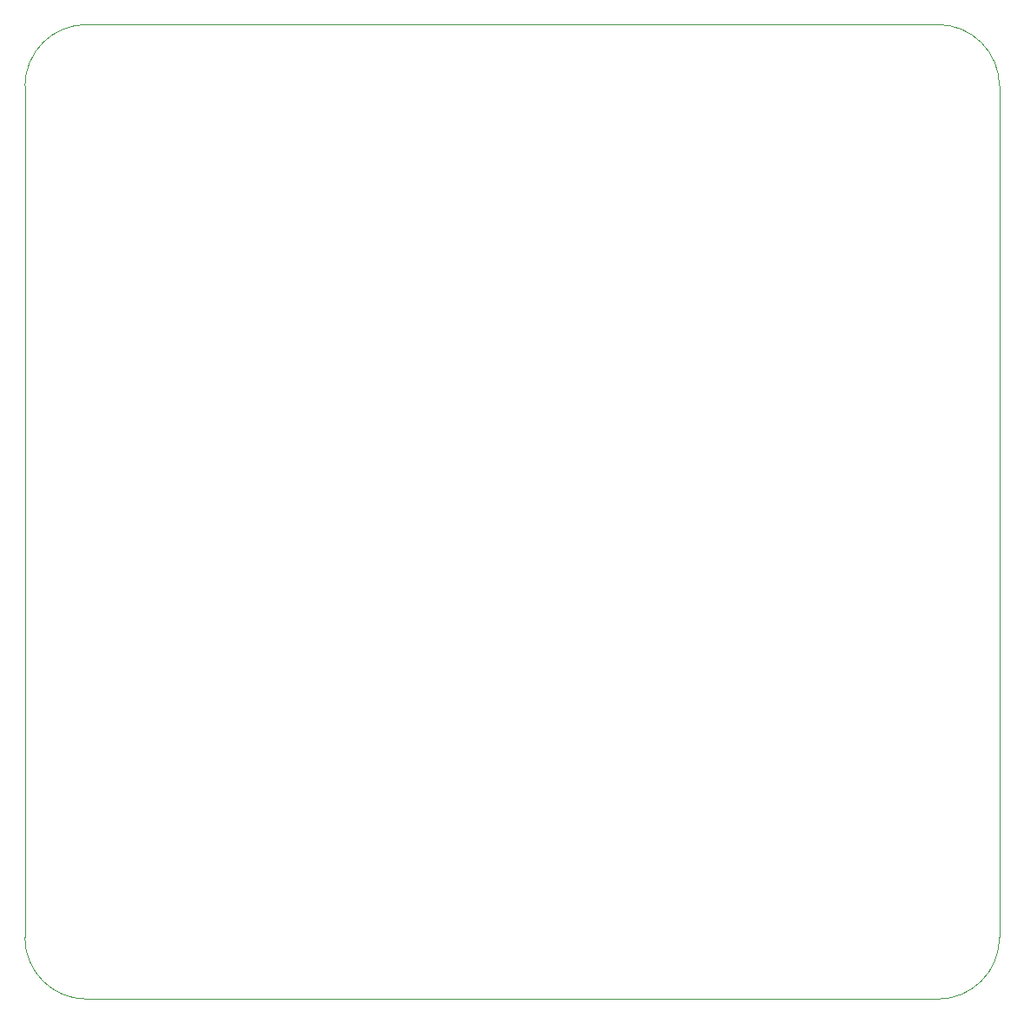
<source format=gbr>
G04 (created by PCBNEW (2013-07-07 BZR 4022)-stable) date 3/28/2015 2:44:44 PM*
%MOIN*%
G04 Gerber Fmt 3.4, Leading zero omitted, Abs format*
%FSLAX34Y34*%
G01*
G70*
G90*
G04 APERTURE LIST*
%ADD10C,0.00590551*%
%ADD11C,0.00393701*%
G04 APERTURE END LIST*
G54D10*
G54D11*
X21653Y-48818D02*
X21653Y-16141D01*
X56692Y-51181D02*
X24015Y-51181D01*
X59055Y-16141D02*
X59055Y-48818D01*
X24015Y-13779D02*
X56692Y-13779D01*
X21653Y-48818D02*
G75*
G03X24015Y-51181I2362J0D01*
G74*
G01*
X56692Y-51181D02*
G75*
G03X59055Y-48818I0J2362D01*
G74*
G01*
X59055Y-16141D02*
G75*
G03X56692Y-13779I-2362J0D01*
G74*
G01*
X24015Y-13779D02*
G75*
G03X21653Y-16141I0J-2362D01*
G74*
G01*
M02*

</source>
